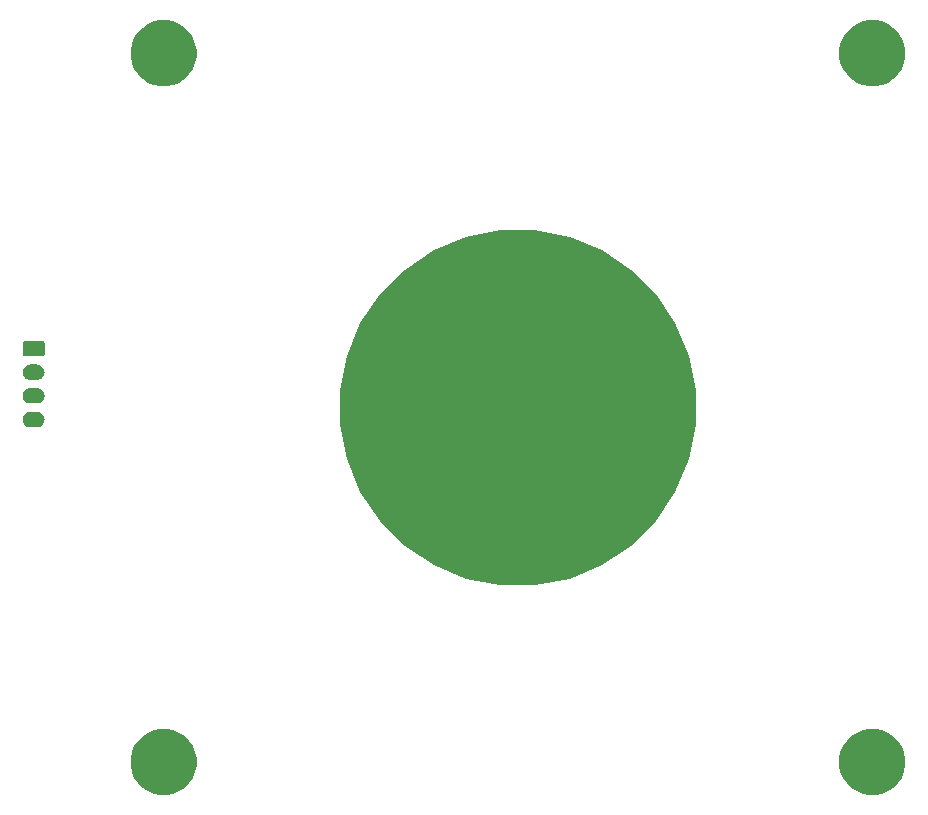
<source format=gbr>
G04 #@! TF.GenerationSoftware,KiCad,Pcbnew,(5.0.2)-1*
G04 #@! TF.CreationDate,2019-06-21T17:07:53-07:00*
G04 #@! TF.ProjectId,slip_ring,736c6970-5f72-4696-9e67-2e6b69636164,rev?*
G04 #@! TF.SameCoordinates,Original*
G04 #@! TF.FileFunction,Soldermask,Bot*
G04 #@! TF.FilePolarity,Negative*
%FSLAX46Y46*%
G04 Gerber Fmt 4.6, Leading zero omitted, Abs format (unit mm)*
G04 Created by KiCad (PCBNEW (5.0.2)-1) date 6/21/2019 5:07:53 PM*
%MOMM*%
%LPD*%
G01*
G04 APERTURE LIST*
%ADD10C,0.100000*%
G04 APERTURE END LIST*
D10*
G36*
X-29182979Y-72306640D02*
X-28673230Y-72517785D01*
X-28673229Y-72517786D01*
X-28214466Y-72824321D01*
X-27824321Y-73214466D01*
X-27619964Y-73520308D01*
X-27517785Y-73673230D01*
X-27306640Y-74182979D01*
X-27199000Y-74724124D01*
X-27199000Y-75275876D01*
X-27306640Y-75817021D01*
X-27517785Y-76326770D01*
X-27517786Y-76326771D01*
X-27824321Y-76785534D01*
X-28214466Y-77175679D01*
X-28520308Y-77380036D01*
X-28673230Y-77482215D01*
X-29182979Y-77693360D01*
X-29724124Y-77801000D01*
X-30275876Y-77801000D01*
X-30817021Y-77693360D01*
X-31326770Y-77482215D01*
X-31479692Y-77380036D01*
X-31785534Y-77175679D01*
X-32175679Y-76785534D01*
X-32482214Y-76326771D01*
X-32482215Y-76326770D01*
X-32693360Y-75817021D01*
X-32801000Y-75275876D01*
X-32801000Y-74724124D01*
X-32693360Y-74182979D01*
X-32482215Y-73673230D01*
X-32380036Y-73520308D01*
X-32175679Y-73214466D01*
X-31785534Y-72824321D01*
X-31326771Y-72517786D01*
X-31326770Y-72517785D01*
X-30817021Y-72306640D01*
X-30275876Y-72199000D01*
X-29724124Y-72199000D01*
X-29182979Y-72306640D01*
X-29182979Y-72306640D01*
G37*
G36*
X30817021Y-72306640D02*
X31326770Y-72517785D01*
X31326771Y-72517786D01*
X31785534Y-72824321D01*
X32175679Y-73214466D01*
X32380036Y-73520308D01*
X32482215Y-73673230D01*
X32693360Y-74182979D01*
X32801000Y-74724124D01*
X32801000Y-75275876D01*
X32693360Y-75817021D01*
X32482215Y-76326770D01*
X32482214Y-76326771D01*
X32175679Y-76785534D01*
X31785534Y-77175679D01*
X31479692Y-77380036D01*
X31326770Y-77482215D01*
X30817021Y-77693360D01*
X30275876Y-77801000D01*
X29724124Y-77801000D01*
X29182979Y-77693360D01*
X28673230Y-77482215D01*
X28520308Y-77380036D01*
X28214466Y-77175679D01*
X27824321Y-76785534D01*
X27517786Y-76326771D01*
X27517785Y-76326770D01*
X27306640Y-75817021D01*
X27199000Y-75275876D01*
X27199000Y-74724124D01*
X27306640Y-74182979D01*
X27517785Y-73673230D01*
X27619964Y-73520308D01*
X27824321Y-73214466D01*
X28214466Y-72824321D01*
X28673229Y-72517786D01*
X28673230Y-72517785D01*
X29182979Y-72306640D01*
X29724124Y-72199000D01*
X30275876Y-72199000D01*
X30817021Y-72306640D01*
X30817021Y-72306640D01*
G37*
G36*
X4390214Y-30527401D02*
X7129321Y-31661976D01*
X9594456Y-33309127D01*
X11690873Y-35405544D01*
X13338024Y-37870679D01*
X14472599Y-40609786D01*
X15051000Y-43517604D01*
X15051000Y-46482396D01*
X14472599Y-49390214D01*
X13338024Y-52129321D01*
X11690873Y-54594456D01*
X9594456Y-56690873D01*
X7129321Y-58338024D01*
X4390214Y-59472599D01*
X1482396Y-60051000D01*
X-1482396Y-60051000D01*
X-4390214Y-59472599D01*
X-7129321Y-58338024D01*
X-9594456Y-56690873D01*
X-11690873Y-54594456D01*
X-13338024Y-52129321D01*
X-14472599Y-49390214D01*
X-15051000Y-46482396D01*
X-15051000Y-43517604D01*
X-14472599Y-40609786D01*
X-13338024Y-37870679D01*
X-11690873Y-35405544D01*
X-9594456Y-33309127D01*
X-7129321Y-31661976D01*
X-4390214Y-30527401D01*
X-1482396Y-29949000D01*
X1482396Y-29949000D01*
X4390214Y-30527401D01*
X4390214Y-30527401D01*
G37*
G36*
X-40661145Y-45352140D02*
X-40597382Y-45358420D01*
X-40515573Y-45383237D01*
X-40474667Y-45395645D01*
X-40374509Y-45449181D01*
X-40361574Y-45456095D01*
X-40262447Y-45537447D01*
X-40181095Y-45636574D01*
X-40181094Y-45636576D01*
X-40120645Y-45749667D01*
X-40120645Y-45749668D01*
X-40083420Y-45872382D01*
X-40070851Y-46000000D01*
X-40083420Y-46127618D01*
X-40108237Y-46209427D01*
X-40120645Y-46250333D01*
X-40174181Y-46350491D01*
X-40181095Y-46363426D01*
X-40262447Y-46462553D01*
X-40361574Y-46543905D01*
X-40361576Y-46543906D01*
X-40474667Y-46604355D01*
X-40515573Y-46616763D01*
X-40597382Y-46641580D01*
X-40661145Y-46647860D01*
X-40693026Y-46651000D01*
X-41306974Y-46651000D01*
X-41338855Y-46647860D01*
X-41402618Y-46641580D01*
X-41484427Y-46616763D01*
X-41525333Y-46604355D01*
X-41638424Y-46543906D01*
X-41638426Y-46543905D01*
X-41737553Y-46462553D01*
X-41818905Y-46363426D01*
X-41825819Y-46350491D01*
X-41879355Y-46250333D01*
X-41891763Y-46209427D01*
X-41916580Y-46127618D01*
X-41929149Y-46000000D01*
X-41916580Y-45872382D01*
X-41879355Y-45749668D01*
X-41879355Y-45749667D01*
X-41818906Y-45636576D01*
X-41818905Y-45636574D01*
X-41737553Y-45537447D01*
X-41638426Y-45456095D01*
X-41625491Y-45449181D01*
X-41525333Y-45395645D01*
X-41484427Y-45383237D01*
X-41402618Y-45358420D01*
X-41338855Y-45352140D01*
X-41306974Y-45349000D01*
X-40693026Y-45349000D01*
X-40661145Y-45352140D01*
X-40661145Y-45352140D01*
G37*
G36*
X-40661145Y-43352140D02*
X-40597382Y-43358420D01*
X-40515573Y-43383237D01*
X-40474667Y-43395645D01*
X-40374509Y-43449181D01*
X-40361574Y-43456095D01*
X-40262447Y-43537447D01*
X-40181095Y-43636574D01*
X-40181094Y-43636576D01*
X-40120645Y-43749667D01*
X-40120645Y-43749668D01*
X-40083420Y-43872382D01*
X-40070851Y-44000000D01*
X-40083420Y-44127618D01*
X-40108237Y-44209427D01*
X-40120645Y-44250333D01*
X-40174181Y-44350491D01*
X-40181095Y-44363426D01*
X-40262447Y-44462553D01*
X-40361574Y-44543905D01*
X-40361576Y-44543906D01*
X-40474667Y-44604355D01*
X-40515573Y-44616763D01*
X-40597382Y-44641580D01*
X-40661145Y-44647860D01*
X-40693026Y-44651000D01*
X-41306974Y-44651000D01*
X-41338855Y-44647860D01*
X-41402618Y-44641580D01*
X-41484427Y-44616763D01*
X-41525333Y-44604355D01*
X-41638424Y-44543906D01*
X-41638426Y-44543905D01*
X-41737553Y-44462553D01*
X-41818905Y-44363426D01*
X-41825819Y-44350491D01*
X-41879355Y-44250333D01*
X-41891763Y-44209427D01*
X-41916580Y-44127618D01*
X-41929149Y-44000000D01*
X-41916580Y-43872382D01*
X-41879355Y-43749668D01*
X-41879355Y-43749667D01*
X-41818906Y-43636576D01*
X-41818905Y-43636574D01*
X-41737553Y-43537447D01*
X-41638426Y-43456095D01*
X-41625491Y-43449181D01*
X-41525333Y-43395645D01*
X-41484427Y-43383237D01*
X-41402618Y-43358420D01*
X-41338855Y-43352140D01*
X-41306974Y-43349000D01*
X-40693026Y-43349000D01*
X-40661145Y-43352140D01*
X-40661145Y-43352140D01*
G37*
G36*
X-40661145Y-41352140D02*
X-40597382Y-41358420D01*
X-40515573Y-41383237D01*
X-40474667Y-41395645D01*
X-40374509Y-41449181D01*
X-40361574Y-41456095D01*
X-40262447Y-41537447D01*
X-40181095Y-41636574D01*
X-40181094Y-41636576D01*
X-40120645Y-41749667D01*
X-40120645Y-41749668D01*
X-40083420Y-41872382D01*
X-40070851Y-42000000D01*
X-40083420Y-42127618D01*
X-40108237Y-42209427D01*
X-40120645Y-42250333D01*
X-40174181Y-42350491D01*
X-40181095Y-42363426D01*
X-40262447Y-42462553D01*
X-40361574Y-42543905D01*
X-40361576Y-42543906D01*
X-40474667Y-42604355D01*
X-40515573Y-42616763D01*
X-40597382Y-42641580D01*
X-40661145Y-42647860D01*
X-40693026Y-42651000D01*
X-41306974Y-42651000D01*
X-41338855Y-42647860D01*
X-41402618Y-42641580D01*
X-41484427Y-42616763D01*
X-41525333Y-42604355D01*
X-41638424Y-42543906D01*
X-41638426Y-42543905D01*
X-41737553Y-42462553D01*
X-41818905Y-42363426D01*
X-41825819Y-42350491D01*
X-41879355Y-42250333D01*
X-41891763Y-42209427D01*
X-41916580Y-42127618D01*
X-41929149Y-42000000D01*
X-41916580Y-41872382D01*
X-41879355Y-41749668D01*
X-41879355Y-41749667D01*
X-41818906Y-41636576D01*
X-41818905Y-41636574D01*
X-41737553Y-41537447D01*
X-41638426Y-41456095D01*
X-41625491Y-41449181D01*
X-41525333Y-41395645D01*
X-41484427Y-41383237D01*
X-41402618Y-41358420D01*
X-41338855Y-41352140D01*
X-41306974Y-41349000D01*
X-40693026Y-41349000D01*
X-40661145Y-41352140D01*
X-40661145Y-41352140D01*
G37*
G36*
X-40233758Y-39353404D02*
X-40196661Y-39364657D01*
X-40162480Y-39382927D01*
X-40132518Y-39407518D01*
X-40107927Y-39437480D01*
X-40089657Y-39471661D01*
X-40078404Y-39508758D01*
X-40074000Y-39553473D01*
X-40074000Y-40446527D01*
X-40078404Y-40491242D01*
X-40089657Y-40528339D01*
X-40107927Y-40562520D01*
X-40132518Y-40592482D01*
X-40162480Y-40617073D01*
X-40196661Y-40635343D01*
X-40233758Y-40646596D01*
X-40278473Y-40651000D01*
X-41721527Y-40651000D01*
X-41766242Y-40646596D01*
X-41803339Y-40635343D01*
X-41837520Y-40617073D01*
X-41867482Y-40592482D01*
X-41892073Y-40562520D01*
X-41910343Y-40528339D01*
X-41921596Y-40491242D01*
X-41926000Y-40446527D01*
X-41926000Y-39553473D01*
X-41921596Y-39508758D01*
X-41910343Y-39471661D01*
X-41892073Y-39437480D01*
X-41867482Y-39407518D01*
X-41837520Y-39382927D01*
X-41803339Y-39364657D01*
X-41766242Y-39353404D01*
X-41721527Y-39349000D01*
X-40278473Y-39349000D01*
X-40233758Y-39353404D01*
X-40233758Y-39353404D01*
G37*
G36*
X30817021Y-12306640D02*
X31326770Y-12517785D01*
X31326771Y-12517786D01*
X31785534Y-12824321D01*
X32175679Y-13214466D01*
X32380036Y-13520308D01*
X32482215Y-13673230D01*
X32693360Y-14182979D01*
X32801000Y-14724124D01*
X32801000Y-15275876D01*
X32693360Y-15817021D01*
X32482215Y-16326770D01*
X32482214Y-16326771D01*
X32175679Y-16785534D01*
X31785534Y-17175679D01*
X31479692Y-17380036D01*
X31326770Y-17482215D01*
X30817021Y-17693360D01*
X30275876Y-17801000D01*
X29724124Y-17801000D01*
X29182979Y-17693360D01*
X28673230Y-17482215D01*
X28520308Y-17380036D01*
X28214466Y-17175679D01*
X27824321Y-16785534D01*
X27517786Y-16326771D01*
X27517785Y-16326770D01*
X27306640Y-15817021D01*
X27199000Y-15275876D01*
X27199000Y-14724124D01*
X27306640Y-14182979D01*
X27517785Y-13673230D01*
X27619964Y-13520308D01*
X27824321Y-13214466D01*
X28214466Y-12824321D01*
X28673229Y-12517786D01*
X28673230Y-12517785D01*
X29182979Y-12306640D01*
X29724124Y-12199000D01*
X30275876Y-12199000D01*
X30817021Y-12306640D01*
X30817021Y-12306640D01*
G37*
G36*
X-29182979Y-12306640D02*
X-28673230Y-12517785D01*
X-28673229Y-12517786D01*
X-28214466Y-12824321D01*
X-27824321Y-13214466D01*
X-27619964Y-13520308D01*
X-27517785Y-13673230D01*
X-27306640Y-14182979D01*
X-27199000Y-14724124D01*
X-27199000Y-15275876D01*
X-27306640Y-15817021D01*
X-27517785Y-16326770D01*
X-27517786Y-16326771D01*
X-27824321Y-16785534D01*
X-28214466Y-17175679D01*
X-28520308Y-17380036D01*
X-28673230Y-17482215D01*
X-29182979Y-17693360D01*
X-29724124Y-17801000D01*
X-30275876Y-17801000D01*
X-30817021Y-17693360D01*
X-31326770Y-17482215D01*
X-31479692Y-17380036D01*
X-31785534Y-17175679D01*
X-32175679Y-16785534D01*
X-32482214Y-16326771D01*
X-32482215Y-16326770D01*
X-32693360Y-15817021D01*
X-32801000Y-15275876D01*
X-32801000Y-14724124D01*
X-32693360Y-14182979D01*
X-32482215Y-13673230D01*
X-32380036Y-13520308D01*
X-32175679Y-13214466D01*
X-31785534Y-12824321D01*
X-31326771Y-12517786D01*
X-31326770Y-12517785D01*
X-30817021Y-12306640D01*
X-30275876Y-12199000D01*
X-29724124Y-12199000D01*
X-29182979Y-12306640D01*
X-29182979Y-12306640D01*
G37*
M02*

</source>
